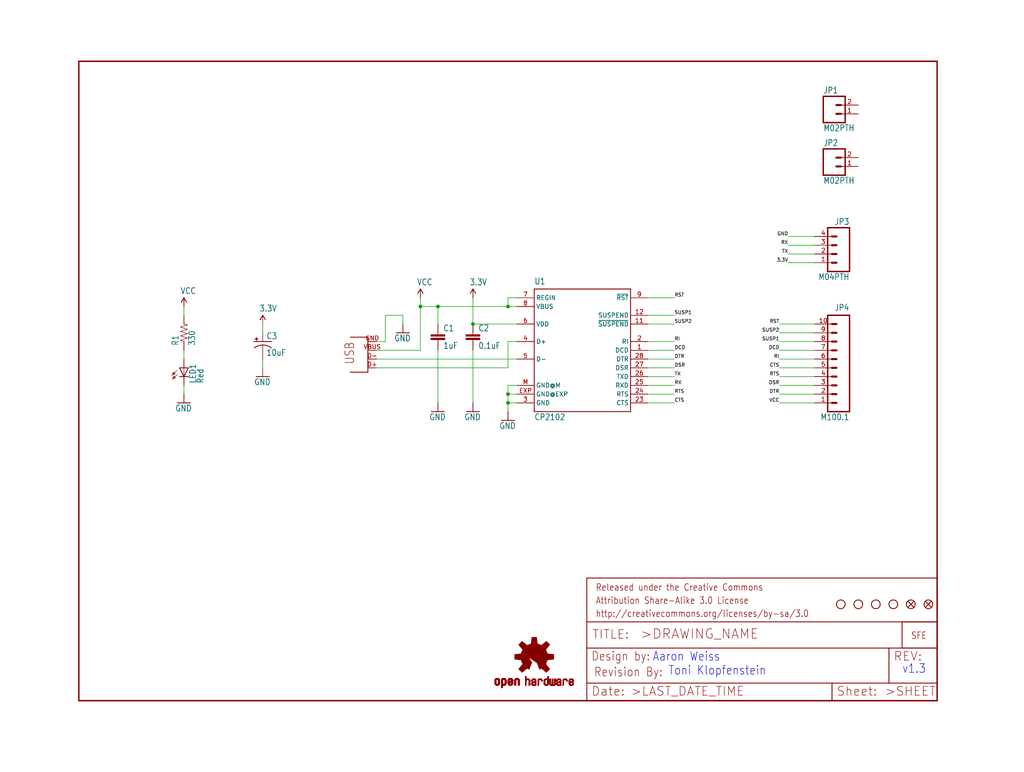
<source format=kicad_sch>
(kicad_sch (version 20211123) (generator eeschema)
  (paper "User" 297.002 223.926)
  (lib_symbols
    (symbol "schematicEagle-eagle-import:0.1UF-25V(+80{slash}-20%)(0603)"
      (property "Reference" "C" (at 1.524 2.921 0))
      (property "Value" "0.1UF-25V(+80{slash}-20%)(0603)" (at 1.524 -2.159 0))
      (symbol "0.1UF-25V(+80{slash}-20%)(0603)_1_0"
        (pin passive line (at 0 5.08 270) (length 2.54) (name "1") (number "1"))
        (pin passive line (at 0 -2.54 90) (length 2.54) (name "2") (number "2"))
      )
    )
    (symbol "schematicEagle-eagle-import:1.0UF-16V-10%(0603)"
      (property "Reference" "C" (at 1.524 2.921 0))
      (property "Value" "1.0UF-16V-10%(0603)" (at 1.524 -2.159 0))
      (symbol "1.0UF-16V-10%(0603)_1_0"
        (pin passive line (at 0 5.08 270) (length 2.54) (name "1") (number "1"))
        (pin passive line (at 0 -2.54 90) (length 2.54) (name "2") (number "2"))
      )
    )
    (symbol "schematicEagle-eagle-import:3.3V" (power)
      (property "Value" "3.3V" (at -1.016 3.556 0))
      (symbol "3.3V_1_0"
        (pin power_in line (at 0 0 90) (length 2.54) (name "3.3V") (number "1"))
      )
    )
    (symbol "schematicEagle-eagle-import:330OHM1{slash}10W1%(0603)"
      (property "Reference" "R" (at -3.81 1.4986 0))
      (property "Value" "330OHM1{slash}10W1%(0603)" (at -3.81 -3.302 0))
      (symbol "330OHM1{slash}10W1%(0603)_1_0"
        (pin passive line (at -5.08 0 0) (length 2.54) (name "1") (number "1"))
        (pin passive line (at 5.08 0 180) (length 2.54) (name "2") (number "2"))
      )
    )
    (symbol "schematicEagle-eagle-import:CAP_POL1206"
      (property "Reference" "C" (at 1.016 0.635 0))
      (property "Value" "CAP_POL1206" (at 1.016 -4.191 0))
      (symbol "CAP_POL1206_1_0"
        (pin passive line (at 0 2.54 270) (length 2.54) (name "+") (number "A"))
        (pin passive line (at 0 -5.08 90) (length 2.54) (name "-") (number "C"))
      )
    )
    (symbol "schematicEagle-eagle-import:CP210X_USB_UART"
      (property "Reference" "IC" (at -12.7 19.05 0))
      (property "Value" "CP210X_USB_UART" (at -12.7 -20.32 0))
      (symbol "CP210X_USB_UART_1_0"
        (pin input line (at 20.32 0 180) (length 5.08) (name "DCD") (number "1"))
        (pin output line (at 20.32 7.62 180) (length 5.08) (name "~{SUSPEND}") (number "11"))
        (pin output line (at 20.32 10.16 180) (length 5.08) (name "SUSPEND") (number "12"))
        (pin input line (at 20.32 2.54 180) (length 5.08) (name "RI") (number "2"))
        (pin input line (at 20.32 -15.24 180) (length 5.08) (name "CTS") (number "23"))
        (pin output line (at 20.32 -12.7 180) (length 5.08) (name "RTS") (number "24"))
        (pin input line (at 20.32 -10.16 180) (length 5.08) (name "RXD") (number "25"))
        (pin output line (at 20.32 -7.62 180) (length 5.08) (name "TXD") (number "26"))
        (pin input line (at 20.32 -5.08 180) (length 5.08) (name "DSR") (number "27"))
        (pin output line (at 20.32 -2.54 180) (length 5.08) (name "DTR") (number "28"))
        (pin power_in line (at -17.78 -15.24 0) (length 5.08) (name "GND") (number "3"))
        (pin bidirectional line (at -17.78 2.54 0) (length 5.08) (name "D+") (number "4"))
        (pin bidirectional line (at -17.78 -2.54 0) (length 5.08) (name "D-") (number "5"))
        (pin power_in line (at -17.78 7.62 0) (length 5.08) (name "VDD") (number "6"))
        (pin passive line (at -17.78 15.24 0) (length 5.08) (name "REGIN") (number "7"))
        (pin input line (at -17.78 12.7 0) (length 5.08) (name "VBUS") (number "8"))
        (pin bidirectional line (at 20.32 15.24 180) (length 5.08) (name "~{RST}") (number "9"))
        (pin power_in line (at -17.78 -12.7 0) (length 5.08) (name "GND@EXP") (number "EXP"))
        (pin power_in line (at -17.78 -10.16 0) (length 5.08) (name "GND@M") (number "M"))
      )
    )
    (symbol "schematicEagle-eagle-import:FIDUCIAL1X2")
    (symbol "schematicEagle-eagle-import:FRAME-LETTER"
      (symbol "FRAME-LETTER_2_0"
        (text ">DRAWING_NAME" (at 15.494 17.78 0) (effects (font (size 2.7432 2.7432)) (justify left bottom)))
        (text ">LAST_DATE_TIME" (at 12.7 1.27 0) (effects (font (size 2.54 2.54)) (justify left bottom)))
        (text ">SHEET" (at 86.36 1.27 0) (effects (font (size 2.54 2.54)) (justify left bottom)))
        (text "Attribution Share-Alike 3.0 License" (at 2.54 27.94 0) (effects (font (size 1.9304 1.6408)) (justify left bottom)))
        (text "Date:" (at 1.27 1.27 0) (effects (font (size 2.54 2.54)) (justify left bottom)))
        (text "Design by:" (at 1.27 11.43 0) (effects (font (size 2.54 2.159)) (justify left bottom)))
        (text "http://creativecommons.org/licenses/by-sa/3.0" (at 2.54 24.13 0) (effects (font (size 1.9304 1.6408)) (justify left bottom)))
        (text "Released under the Creative Commons" (at 2.54 31.75 0) (effects (font (size 1.9304 1.6408)) (justify left bottom)))
        (text "REV:" (at 88.9 11.43 0) (effects (font (size 2.54 2.54)) (justify left bottom)))
        (text "Sheet:" (at 72.39 1.27 0) (effects (font (size 2.54 2.54)) (justify left bottom)))
        (text "TITLE:" (at 1.524 17.78 0) (effects (font (size 2.54 2.54)) (justify left bottom)))
      )
    )
    (symbol "schematicEagle-eagle-import:GND" (power)
      (property "Value" "GND" (at -2.54 -2.54 0))
      (symbol "GND_1_0"
        (pin power_in line (at 0 2.54 270) (length 2.54) (name "GND") (number "1"))
      )
    )
    (symbol "schematicEagle-eagle-import:LED1206"
      (property "Reference" "LED" (at 3.556 -4.572 90))
      (property "Value" "LED1206" (at 5.715 -4.572 90))
      (symbol "LED1206_1_0"
        (pin passive line (at 0 2.54 270) (length 2.54) (name "A") (number "A"))
        (pin passive line (at 0 -5.08 90) (length 2.54) (name "C") (number "C"))
      )
    )
    (symbol "schematicEagle-eagle-import:LOGO-SFENEW"
      (symbol "LOGO-SFENEW_1_0"
        (text "SFE" (at 0 0 0) (effects (font (size 1.9304 1.6408)) (justify left bottom)))
      )
    )
    (symbol "schematicEagle-eagle-import:M02PTH"
      (property "Reference" "JP" (at -2.54 5.842 0))
      (property "Value" "M02PTH" (at -2.54 -5.08 0))
      (symbol "M02PTH_1_0"
        (pin passive line (at 7.62 0 180) (length 5.08) (name "1") (number "1"))
        (pin passive line (at 7.62 2.54 180) (length 5.08) (name "2") (number "2"))
      )
    )
    (symbol "schematicEagle-eagle-import:M04PTH"
      (property "Reference" "JP" (at -5.08 8.382 0))
      (property "Value" "M04PTH" (at -5.08 -7.62 0))
      (symbol "M04PTH_1_0"
        (pin passive line (at 5.08 -2.54 180) (length 5.08) (name "1") (number "1"))
        (pin passive line (at 5.08 0 180) (length 5.08) (name "2") (number "2"))
        (pin passive line (at 5.08 2.54 180) (length 5.08) (name "3") (number "3"))
        (pin passive line (at 5.08 5.08 180) (length 5.08) (name "4") (number "4"))
      )
    )
    (symbol "schematicEagle-eagle-import:M100.1"
      (property "Reference" "JP" (at 0 8.89 0))
      (property "Value" "M100.1" (at 0 -22.86 0))
      (symbol "M100.1_1_0"
        (pin passive line (at 10.16 -17.78 180) (length 5.08) (name "1") (number "1"))
        (pin passive line (at 10.16 5.08 180) (length 5.08) (name "10") (number "10"))
        (pin passive line (at 10.16 -15.24 180) (length 5.08) (name "2") (number "2"))
        (pin passive line (at 10.16 -12.7 180) (length 5.08) (name "3") (number "3"))
        (pin passive line (at 10.16 -10.16 180) (length 5.08) (name "4") (number "4"))
        (pin passive line (at 10.16 -7.62 180) (length 5.08) (name "5") (number "5"))
        (pin passive line (at 10.16 -5.08 180) (length 5.08) (name "6") (number "6"))
        (pin passive line (at 10.16 -2.54 180) (length 5.08) (name "7") (number "7"))
        (pin passive line (at 10.16 0 180) (length 5.08) (name "8") (number "8"))
        (pin passive line (at 10.16 2.54 180) (length 5.08) (name "9") (number "9"))
      )
    )
    (symbol "schematicEagle-eagle-import:OSHW-LOGOS")
    (symbol "schematicEagle-eagle-import:REVISION"
      (symbol "REVISION_1_0"
        (text "Revision By: " (at 0 0 0) (effects (font (size 2.54 2.159)) (justify left bottom)))
      )
    )
    (symbol "schematicEagle-eagle-import:STAND-OFF")
    (symbol "schematicEagle-eagle-import:USBPTH"
      (symbol "USBPTH_1_0"
        (text "USB" (at 3.81 0 900) (effects (font (size 2.54 2.159)) (justify left bottom)))
        (pin bidirectional line (at -2.54 7.62 0) (length 2.54) (name "D+") (number "D+"))
        (pin bidirectional line (at -2.54 5.08 0) (length 2.54) (name "D-") (number "D-"))
        (pin bidirectional line (at -2.54 0 0) (length 2.54) (name "GND") (number "GND"))
        (pin bidirectional line (at -2.54 2.54 0) (length 2.54) (name "VBUS") (number "VBUS"))
      )
    )
    (symbol "schematicEagle-eagle-import:VCC" (power)
      (property "Value" "VCC" (at -1.016 3.556 0))
      (symbol "VCC_1_0"
        (pin power_in line (at 0 0 90) (length 2.54) (name "VCC") (number "1"))
      )
    )
  )
  (junction (at 147.32 114.3))
  (junction (at 137.16 93.98))
  (junction (at 121.92 88.9))
  (junction (at 147.32 116.84))
  (junction (at 147.32 88.9))
  (junction (at 127 88.9))
  (wire (pts (xy 236.22 116.84) (xy 226.06 116.84)))
  (wire (pts (xy 149.86 93.98) (xy 137.16 93.98)))
  (wire (pts (xy 236.22 104.14) (xy 226.06 104.14)))
  (wire (pts (xy 187.96 111.76) (xy 195.58 111.76)))
  (wire (pts (xy 187.96 101.6) (xy 195.58 101.6)))
  (wire (pts (xy 127 101.6) (xy 127 116.84)))
  (wire (pts (xy 236.22 106.68) (xy 226.06 106.68)))
  (wire (pts (xy 76.2 106.68) (xy 76.2 104.14)))
  (wire (pts (xy 187.96 86.36) (xy 195.58 86.36)))
  (wire (pts (xy 236.22 93.98) (xy 226.06 93.98)))
  (wire (pts (xy 147.32 116.84) (xy 147.32 119.38)))
  (wire (pts (xy 187.96 93.98) (xy 195.58 93.98)))
  (wire (pts (xy 236.22 114.3) (xy 226.06 114.3)))
  (wire (pts (xy 149.86 86.36) (xy 147.32 86.36)))
  (wire (pts (xy 236.22 111.76) (xy 226.06 111.76)))
  (wire (pts (xy 116.84 91.44) (xy 111.76 91.44)))
  (wire (pts (xy 121.92 88.9) (xy 127 88.9)))
  (wire (pts (xy 137.16 93.98) (xy 137.16 86.36)))
  (wire (pts (xy 111.76 99.06) (xy 109.22 99.06)))
  (wire (pts (xy 236.22 71.12) (xy 228.6 71.12)))
  (wire (pts (xy 236.22 76.2) (xy 228.6 76.2)))
  (wire (pts (xy 53.34 104.14) (xy 53.34 101.6)))
  (wire (pts (xy 53.34 114.3) (xy 53.34 111.76)))
  (wire (pts (xy 109.22 104.14) (xy 149.86 104.14)))
  (wire (pts (xy 149.86 88.9) (xy 147.32 88.9)))
  (wire (pts (xy 187.96 109.22) (xy 195.58 109.22)))
  (wire (pts (xy 147.32 111.76) (xy 147.32 114.3)))
  (wire (pts (xy 53.34 88.9) (xy 53.34 91.44)))
  (wire (pts (xy 147.32 106.68) (xy 109.22 106.68)))
  (wire (pts (xy 187.96 114.3) (xy 195.58 114.3)))
  (wire (pts (xy 187.96 104.14) (xy 195.58 104.14)))
  (wire (pts (xy 236.22 68.58) (xy 228.6 68.58)))
  (wire (pts (xy 147.32 114.3) (xy 147.32 116.84)))
  (wire (pts (xy 127 93.98) (xy 127 88.9)))
  (wire (pts (xy 187.96 106.68) (xy 195.58 106.68)))
  (wire (pts (xy 236.22 73.66) (xy 228.6 73.66)))
  (wire (pts (xy 127 88.9) (xy 147.32 88.9)))
  (wire (pts (xy 236.22 109.22) (xy 226.06 109.22)))
  (wire (pts (xy 149.86 99.06) (xy 147.32 99.06)))
  (wire (pts (xy 187.96 116.84) (xy 195.58 116.84)))
  (wire (pts (xy 147.32 86.36) (xy 147.32 88.9)))
  (wire (pts (xy 147.32 99.06) (xy 147.32 106.68)))
  (wire (pts (xy 109.22 101.6) (xy 121.92 101.6)))
  (wire (pts (xy 236.22 96.52) (xy 226.06 96.52)))
  (wire (pts (xy 149.86 111.76) (xy 147.32 111.76)))
  (wire (pts (xy 76.2 93.98) (xy 76.2 96.52)))
  (wire (pts (xy 187.96 91.44) (xy 195.58 91.44)))
  (wire (pts (xy 149.86 116.84) (xy 147.32 116.84)))
  (wire (pts (xy 116.84 93.98) (xy 116.84 91.44)))
  (wire (pts (xy 236.22 101.6) (xy 226.06 101.6)))
  (wire (pts (xy 236.22 99.06) (xy 226.06 99.06)))
  (wire (pts (xy 111.76 91.44) (xy 111.76 99.06)))
  (wire (pts (xy 121.92 86.36) (xy 121.92 88.9)))
  (wire (pts (xy 149.86 114.3) (xy 147.32 114.3)))
  (wire (pts (xy 137.16 101.6) (xy 137.16 116.84)))
  (wire (pts (xy 187.96 99.06) (xy 195.58 99.06)))
  (wire (pts (xy 121.92 101.6) (xy 121.92 88.9)))
  (text "v1.3" (at 261.62 195.58 180) (effects (font (size 2.54 2.159)) (justify left bottom)))
  (text "Toni Klopfenstein" (at 193.802 196.088 180) (effects (font (size 2.54 2.159)) (justify left bottom)))
  (text "Aaron Weiss" (at 189.23 192.024 180) (effects (font (size 2.54 2.159)) (justify left bottom)))
  (label "TX" (at 195.58 109.22 0) (effects (font (size 0.9957 0.9957))))
  (label "SUSP2" (at 226.06 96.52 180) (effects (font (size 0.9957 0.9957))))
  (label "GND" (at 228.6 68.58 180) (effects (font (size 0.9957 0.9957))))
  (label "DTR" (at 195.58 104.14 0) (effects (font (size 0.9957 0.9957))))
  (label "RST" (at 195.58 86.36 0) (effects (font (size 0.9957 0.9957))))
  (label "RX" (at 195.58 111.76 0) (effects (font (size 0.9957 0.9957))))
  (label "CTS" (at 226.06 106.68 180) (effects (font (size 0.9957 0.9957))))
  (label "DSR" (at 226.06 111.76 180) (effects (font (size 0.9957 0.9957))))
  (label "DCD" (at 195.58 101.6 0) (effects (font (size 0.9957 0.9957))))
  (label "CTS" (at 195.58 116.84 0) (effects (font (size 0.9957 0.9957))))
  (label "RI" (at 195.58 99.06 0) (effects (font (size 0.9957 0.9957))))
  (label "VCC" (at 226.06 116.84 180) (effects (font (size 0.9957 0.9957))))
  (label "SUSP1" (at 195.58 91.44 0) (effects (font (size 0.9957 0.9957))))
  (label "RX" (at 228.6 71.12 180) (effects (font (size 0.9957 0.9957))))
  (label "RTS" (at 226.06 109.22 180) (effects (font (size 0.9957 0.9957))))
  (label "DSR" (at 195.58 106.68 0) (effects (font (size 0.9957 0.9957))))
  (label "DCD" (at 226.06 101.6 180) (effects (font (size 0.9957 0.9957))))
  (label "TX" (at 228.6 73.66 180) (effects (font (size 0.9957 0.9957))))
  (label "SUSP1" (at 226.06 99.06 180) (effects (font (size 0.9957 0.9957))))
  (label "RI" (at 226.06 104.14 180) (effects (font (size 0.9957 0.9957))))
  (label "RTS" (at 195.58 114.3 0) (effects (font (size 0.9957 0.9957))))
  (label "SUSP2" (at 195.58 93.98 0) (effects (font (size 0.9957 0.9957))))
  (label "3.3V" (at 228.6 76.2 180) (effects (font (size 0.9957 0.9957))))
  (label "RST" (at 226.06 93.98 180) (effects (font (size 0.9957 0.9957))))
  (label "DTR" (at 226.06 114.3 180) (effects (font (size 0.9957 0.9957))))
  (symbol (lib_id "schematicEagle-eagle-import:3.3V") (at 76.2 93.98 0) (unit 1)
    (property "Reference" "#P+1" (effects hide))
    (property "Value" "3.3V" (at 75.184 90.424 0) (effects (font (size 1.778 1.5113)) (justify left bottom)))
    (property "Footprint" "schematicEagle:" (effects hide))
  )
  (symbol (lib_id "schematicEagle-eagle-import:330OHM1{slash}10W1%(0603)") (at 53.34 96.52 90) (unit 1)
    (property "Reference" "R1" (at 51.8414 100.33 0) (effects (font (size 1.778 1.5113)) (justify left bottom)))
    (property "Value" "330" (at 56.642 100.33 0) (effects (font (size 1.778 1.5113)) (justify left bottom)))
    (property "Footprint" "schematicEagle:0603-RES" (effects hide))
  )
  (symbol (lib_id "schematicEagle-eagle-import:VCC") (at 121.92 86.36 0) (unit 1)
    (property "Reference" "#P+4" (effects hide))
    (property "Value" "VCC" (at 120.904 82.804 0) (effects (font (size 1.778 1.5113)) (justify left bottom)))
    (property "Footprint" "schematicEagle:" (effects hide))
  )
  (symbol (lib_id "schematicEagle-eagle-import:REVISION") (at 172.212 196.342 0) (unit 1)
    (property "Reference" "U$4" (effects hide))
    (property "Value" "REVISION" (effects hide))
    (property "Footprint" "schematicEagle:REVISION" (effects hide))
  )
  (symbol (lib_id "schematicEagle-eagle-import:CP210X_USB_UART") (at 167.64 101.6 0) (unit 1)
    (property "Reference" "U1" (at 154.94 82.55 0) (effects (font (size 1.778 1.5113)) (justify left bottom)))
    (property "Value" "CP2102" (at 154.94 121.92 0) (effects (font (size 1.778 1.5113)) (justify left bottom)))
    (property "Footprint" "schematicEagle:MLP28" (effects hide))
  )
  (symbol (lib_id "schematicEagle-eagle-import:GND") (at 127 119.38 0) (unit 1)
    (property "Reference" "#GND6" (effects hide))
    (property "Value" "GND" (at 124.46 121.92 0) (effects (font (size 1.778 1.5113)) (justify left bottom)))
    (property "Footprint" "schematicEagle:" (effects hide))
  )
  (symbol (lib_id "schematicEagle-eagle-import:FRAME-LETTER") (at 22.86 203.2 0) (unit 1)
    (property "Reference" "FRAME1" (effects hide))
    (property "Value" "FRAME-LETTER" (effects hide))
    (property "Footprint" "schematicEagle:CREATIVE_COMMONS" (effects hide))
  )
  (symbol (lib_id "schematicEagle-eagle-import:VCC") (at 53.34 88.9 0) (unit 1)
    (property "Reference" "#P+3" (effects hide))
    (property "Value" "VCC" (at 52.324 85.344 0) (effects (font (size 1.778 1.5113)) (justify left bottom)))
    (property "Footprint" "schematicEagle:" (effects hide))
  )
  (symbol (lib_id "schematicEagle-eagle-import:CAP_POL1206") (at 76.2 99.06 0) (unit 1)
    (property "Reference" "C3" (at 77.216 98.425 0) (effects (font (size 1.778 1.5113)) (justify left bottom)))
    (property "Value" "10uF" (at 77.216 103.251 0) (effects (font (size 1.778 1.5113)) (justify left bottom)))
    (property "Footprint" "schematicEagle:EIA3216" (effects hide))
  )
  (symbol (lib_id "schematicEagle-eagle-import:GND") (at 137.16 119.38 0) (unit 1)
    (property "Reference" "#GND5" (effects hide))
    (property "Value" "GND" (at 134.62 121.92 0) (effects (font (size 1.778 1.5113)) (justify left bottom)))
    (property "Footprint" "schematicEagle:" (effects hide))
  )
  (symbol (lib_id "schematicEagle-eagle-import:1.0UF-16V-10%(0603)") (at 127 99.06 0) (unit 1)
    (property "Reference" "C1" (at 128.524 96.139 0) (effects (font (size 1.778 1.5113)) (justify left bottom)))
    (property "Value" "1uF" (at 128.524 101.219 0) (effects (font (size 1.778 1.5113)) (justify left bottom)))
    (property "Footprint" "schematicEagle:0603-CAP" (effects hide))
  )
  (symbol (lib_id "schematicEagle-eagle-import:GND") (at 147.32 121.92 0) (unit 1)
    (property "Reference" "#GND1" (effects hide))
    (property "Value" "GND" (at 144.78 124.46 0) (effects (font (size 1.778 1.5113)) (justify left bottom)))
    (property "Footprint" "schematicEagle:" (effects hide))
  )
  (symbol (lib_id "schematicEagle-eagle-import:0.1UF-25V(+80{slash}-20%)(0603)") (at 137.16 99.06 0) (unit 1)
    (property "Reference" "C2" (at 138.684 96.139 0) (effects (font (size 1.778 1.5113)) (justify left bottom)))
    (property "Value" "0.1uF" (at 138.684 101.219 0) (effects (font (size 1.778 1.5113)) (justify left bottom)))
    (property "Footprint" "schematicEagle:0603-CAP" (effects hide))
  )
  (symbol (lib_id "schematicEagle-eagle-import:OSHW-LOGOS") (at 154.94 190.5 0) (unit 1)
    (property "Reference" "LOGO1" (effects hide))
    (property "Value" "OSHW-LOGOS" (effects hide))
    (property "Footprint" "schematicEagle:OSHW-LOGO-S" (effects hide))
  )
  (symbol (lib_id "schematicEagle-eagle-import:M02PTH") (at 241.3 48.26 0) (unit 1)
    (property "Reference" "JP2" (at 238.76 42.418 0) (effects (font (size 1.778 1.5113)) (justify left bottom)))
    (property "Value" "M02PTH" (at 238.76 53.34 0) (effects (font (size 1.778 1.5113)) (justify left bottom)))
    (property "Footprint" "schematicEagle:1X02" (effects hide))
  )
  (symbol (lib_id "schematicEagle-eagle-import:LED1206") (at 53.34 106.68 0) (unit 1)
    (property "Reference" "LED1" (at 56.896 111.252 90) (effects (font (size 1.778 1.5113)) (justify left bottom)))
    (property "Value" "Red" (at 59.055 111.252 90) (effects (font (size 1.778 1.5113)) (justify left bottom)))
    (property "Footprint" "schematicEagle:LED-1206" (effects hide))
  )
  (symbol (lib_id "schematicEagle-eagle-import:STAND-OFF") (at 248.92 175.26 0) (unit 1)
    (property "Reference" "U$7" (effects hide))
    (property "Value" "STAND-OFF" (effects hide))
    (property "Footprint" "schematicEagle:STAND-OFF" (effects hide))
  )
  (symbol (lib_id "schematicEagle-eagle-import:FRAME-LETTER") (at 170.18 203.2 0) (unit 2)
    (property "Reference" "FRAME1" (effects hide))
    (property "Value" "FRAME-LETTER" (effects hide))
    (property "Footprint" "schematicEagle:CREATIVE_COMMONS" (effects hide))
  )
  (symbol (lib_id "schematicEagle-eagle-import:M02PTH") (at 241.3 33.02 0) (unit 1)
    (property "Reference" "JP1" (at 238.76 27.178 0) (effects (font (size 1.778 1.5113)) (justify left bottom)))
    (property "Value" "M02PTH" (at 238.76 38.1 0) (effects (font (size 1.778 1.5113)) (justify left bottom)))
    (property "Footprint" "schematicEagle:1X02" (effects hide))
  )
  (symbol (lib_id "schematicEagle-eagle-import:GND") (at 76.2 109.22 0) (unit 1)
    (property "Reference" "#GND3" (effects hide))
    (property "Value" "GND" (at 73.66 111.76 0) (effects (font (size 1.778 1.5113)) (justify left bottom)))
    (property "Footprint" "schematicEagle:" (effects hide))
  )
  (symbol (lib_id "schematicEagle-eagle-import:USBPTH") (at 106.68 99.06 180) (unit 1)
    (property "Reference" "X1" (effects hide))
    (property "Value" "USBPTH" (effects hide))
    (property "Footprint" "schematicEagle:USB-B-PTH" (effects hide))
  )
  (symbol (lib_id "schematicEagle-eagle-import:GND") (at 53.34 116.84 0) (unit 1)
    (property "Reference" "#GND4" (effects hide))
    (property "Value" "GND" (at 50.8 119.38 0) (effects (font (size 1.778 1.5113)) (justify left bottom)))
    (property "Footprint" "schematicEagle:" (effects hide))
  )
  (symbol (lib_id "schematicEagle-eagle-import:LOGO-SFENEW") (at 264.16 185.42 0) (unit 1)
    (property "Reference" "U$1" (effects hide))
    (property "Value" "LOGO-SFENEW" (effects hide))
    (property "Footprint" "schematicEagle:SFE-NEW-WEBLOGO" (effects hide))
  )
  (symbol (lib_id "schematicEagle-eagle-import:STAND-OFF") (at 243.84 175.26 0) (unit 1)
    (property "Reference" "U$6" (effects hide))
    (property "Value" "STAND-OFF" (effects hide))
    (property "Footprint" "schematicEagle:STAND-OFF" (effects hide))
  )
  (symbol (lib_id "schematicEagle-eagle-import:STAND-OFF") (at 259.08 175.26 0) (unit 1)
    (property "Reference" "U$9" (effects hide))
    (property "Value" "STAND-OFF" (effects hide))
    (property "Footprint" "schematicEagle:STAND-OFF" (effects hide))
  )
  (symbol (lib_id "schematicEagle-eagle-import:FIDUCIAL1X2") (at 269.24 175.26 0) (unit 1)
    (property "Reference" "FID2" (effects hide))
    (property "Value" "FIDUCIAL1X2" (effects hide))
    (property "Footprint" "schematicEagle:FIDUCIAL-1X2" (effects hide))
  )
  (symbol (lib_id "schematicEagle-eagle-import:3.3V") (at 137.16 86.36 0) (unit 1)
    (property "Reference" "#P+2" (effects hide))
    (property "Value" "3.3V" (at 136.144 82.804 0) (effects (font (size 1.778 1.5113)) (justify left bottom)))
    (property "Footprint" "schematicEagle:" (effects hide))
  )
  (symbol (lib_id "schematicEagle-eagle-import:M100.1") (at 246.38 99.06 0) (mirror y) (unit 1)
    (property "Reference" "JP4" (at 246.38 90.17 0) (effects (font (size 1.778 1.5113)) (justify left bottom)))
    (property "Value" "M100.1" (at 246.38 121.92 0) (effects (font (size 1.778 1.5113)) (justify left bottom)))
    (property "Footprint" "schematicEagle:1X10" (effects hide))
  )
  (symbol (lib_id "schematicEagle-eagle-import:M04PTH") (at 241.3 73.66 0) (mirror y) (unit 1)
    (property "Reference" "JP3" (at 246.38 65.278 0) (effects (font (size 1.778 1.5113)) (justify left bottom)))
    (property "Value" "M04PTH" (at 246.38 81.28 0) (effects (font (size 1.778 1.5113)) (justify left bottom)))
    (property "Footprint" "schematicEagle:1X04" (effects hide))
  )
  (symbol (lib_id "schematicEagle-eagle-import:FIDUCIAL1X2") (at 264.16 175.26 0) (unit 1)
    (property "Reference" "FID1" (effects hide))
    (property "Value" "FIDUCIAL1X2" (effects hide))
    (property "Footprint" "schematicEagle:FIDUCIAL-1X2" (effects hide))
  )
  (symbol (lib_id "schematicEagle-eagle-import:GND") (at 116.84 96.52 0) (unit 1)
    (property "Reference" "#GND2" (effects hide))
    (property "Value" "GND" (at 114.3 99.06 0) (effects (font (size 1.778 1.5113)) (justify left bottom)))
    (property "Footprint" "schematicEagle:" (effects hide))
  )
  (symbol (lib_id "schematicEagle-eagle-import:STAND-OFF") (at 254 175.26 0) (unit 1)
    (property "Reference" "U$8" (effects hide))
    (property "Value" "STAND-OFF" (effects hide))
    (property "Footprint" "schematicEagle:STAND-OFF" (effects hide))
  )
)
</source>
